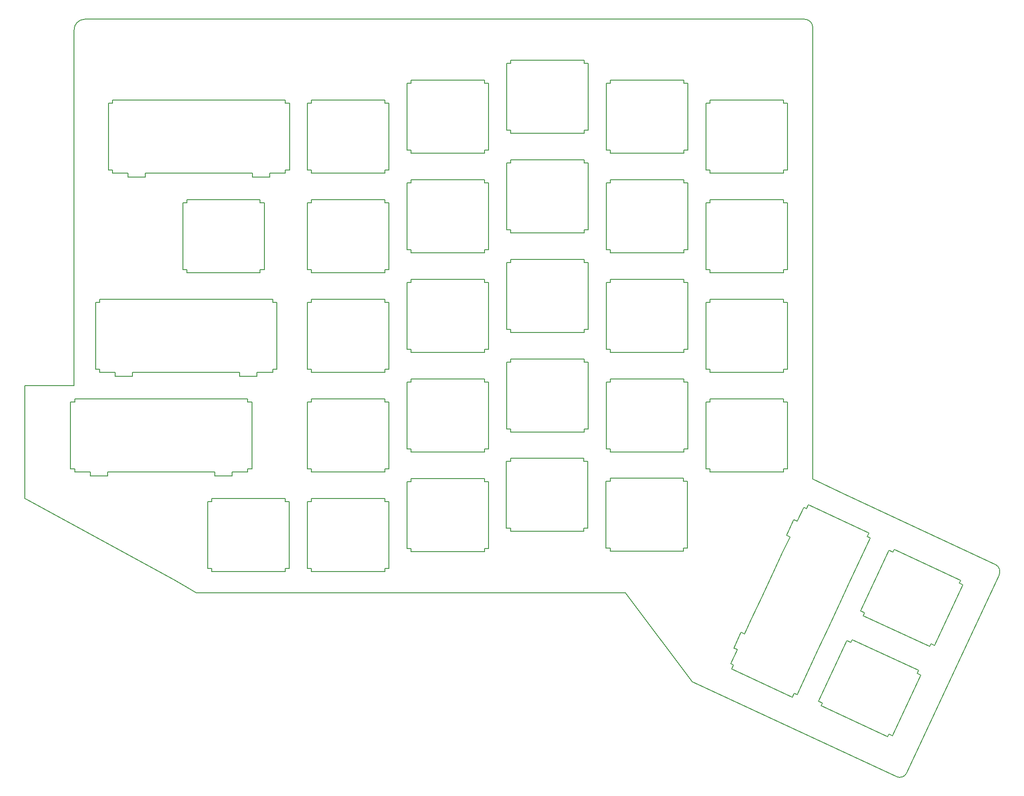
<source format=gbr>
G04 #@! TF.GenerationSoftware,KiCad,Pcbnew,(5.1.5)-3*
G04 #@! TF.CreationDate,2020-03-17T18:41:25+05:30*
G04 #@! TF.ProjectId,ergocape,6572676f-6361-4706-952e-6b696361645f,rev?*
G04 #@! TF.SameCoordinates,Original*
G04 #@! TF.FileFunction,Profile,NP*
%FSLAX46Y46*%
G04 Gerber Fmt 4.6, Leading zero omitted, Abs format (unit mm)*
G04 Created by KiCad (PCBNEW (5.1.5)-3) date 2020-03-17 18:41:25*
%MOMM*%
%LPD*%
G04 APERTURE LIST*
%ADD10C,0.150000*%
%ADD11C,0.200000*%
G04 APERTURE END LIST*
D10*
X149966590Y-143948457D02*
X137150000Y-127000000D01*
X178795667Y-107992564D02*
X172948600Y-105181400D01*
X172951400Y-103212900D02*
X172948600Y-105181400D01*
X207860777Y-121545847D02*
X178795667Y-107992564D01*
X207860777Y-121545847D02*
G75*
G02X208585634Y-123537376I-633336J-1358193D01*
G01*
X188939819Y-162121972D02*
X149966590Y-143948457D01*
X190931348Y-161397115D02*
G75*
G02X188939819Y-162121972I-1358193J633336D01*
G01*
X208585634Y-123537376D02*
X190931348Y-161397115D01*
X172951400Y-18821400D02*
X172951400Y-103212900D01*
X171402000Y-17272000D02*
G75*
G02X172951400Y-18821400I0J-1549400D01*
G01*
X31750461Y-19354160D02*
G75*
G02X33756601Y-17272001I2031539J50160D01*
G01*
X33756601Y-17272001D02*
X39370000Y-17272000D01*
D11*
X31750461Y-19354160D02*
X31750000Y-87376000D01*
X22352000Y-87376000D02*
X31750000Y-87376000D01*
X22352000Y-87503000D02*
X22352000Y-87376000D01*
X22352000Y-98044000D02*
X22352000Y-87503000D01*
D10*
X157988000Y-17272000D02*
X171402000Y-17272000D01*
X147574000Y-17272000D02*
X157988000Y-17272000D01*
X136906000Y-17272000D02*
X147574000Y-17272000D01*
X127000000Y-17272000D02*
X136906000Y-17272000D01*
X127000000Y-17272000D02*
X39370000Y-17272000D01*
X22352000Y-108966000D02*
X22860000Y-109220000D01*
X22352000Y-106426000D02*
X22352000Y-108966000D01*
X22352000Y-98044000D02*
X22352000Y-106426000D01*
X55118000Y-127000000D02*
X55880000Y-127000000D01*
X53848000Y-126238000D02*
X55118000Y-127000000D01*
X50800000Y-124460000D02*
X53848000Y-126238000D01*
X55880000Y-127000000D02*
X137150000Y-127000000D01*
X22860000Y-109220000D02*
X50800000Y-124460000D01*
D11*
X77137500Y-32687500D02*
X77137500Y-33287500D01*
X77137500Y-33287500D02*
X76337500Y-33287500D01*
X77137500Y-46087500D02*
X77137500Y-46687500D01*
X77137500Y-46687500D02*
X91137500Y-46687500D01*
X91937500Y-46087500D02*
X91937500Y-33287500D01*
X91937500Y-33287500D02*
X91137500Y-33287500D01*
X76337500Y-46087500D02*
X77137500Y-46087500D01*
X76337500Y-33287500D02*
X76337500Y-46087500D01*
X91137500Y-46087500D02*
X91937500Y-46087500D01*
X91137500Y-33287500D02*
X91137500Y-32687500D01*
X91137500Y-32687500D02*
X77137500Y-32687500D01*
X91137500Y-46687500D02*
X91137500Y-46087500D01*
X110188000Y-42877500D02*
X110188000Y-42277500D01*
X110188000Y-28877500D02*
X96188000Y-28877500D01*
X110188000Y-29477500D02*
X110188000Y-28877500D01*
X110188000Y-42277500D02*
X110988000Y-42277500D01*
X95388000Y-29477500D02*
X95388000Y-42277500D01*
X95388000Y-42277500D02*
X96188000Y-42277500D01*
X110988000Y-29477500D02*
X110188000Y-29477500D01*
X110988000Y-42277500D02*
X110988000Y-29477500D01*
X96188000Y-42877500D02*
X110188000Y-42877500D01*
X96188000Y-42277500D02*
X96188000Y-42877500D01*
X96188000Y-29477500D02*
X95388000Y-29477500D01*
X96188000Y-28877500D02*
X96188000Y-29477500D01*
X115238000Y-25067500D02*
X115238000Y-25667500D01*
X115238000Y-25667500D02*
X114438000Y-25667500D01*
X115238000Y-38467500D02*
X115238000Y-39067500D01*
X115238000Y-39067500D02*
X129238000Y-39067500D01*
X130038000Y-38467500D02*
X130038000Y-25667500D01*
X130038000Y-25667500D02*
X129238000Y-25667500D01*
X114438000Y-38467500D02*
X115238000Y-38467500D01*
X114438000Y-25667500D02*
X114438000Y-38467500D01*
X129238000Y-38467500D02*
X130038000Y-38467500D01*
X129238000Y-25667500D02*
X129238000Y-25067500D01*
X129238000Y-25067500D02*
X115238000Y-25067500D01*
X129238000Y-39067500D02*
X129238000Y-38467500D01*
X148288000Y-42877500D02*
X148288000Y-42277500D01*
X148288000Y-28877500D02*
X134288000Y-28877500D01*
X148288000Y-29477500D02*
X148288000Y-28877500D01*
X148288000Y-42277500D02*
X149088000Y-42277500D01*
X133488000Y-29477500D02*
X133488000Y-42277500D01*
X133488000Y-42277500D02*
X134288000Y-42277500D01*
X149088000Y-29477500D02*
X148288000Y-29477500D01*
X149088000Y-42277500D02*
X149088000Y-29477500D01*
X134288000Y-42877500D02*
X148288000Y-42877500D01*
X134288000Y-42277500D02*
X134288000Y-42877500D01*
X134288000Y-29477500D02*
X133488000Y-29477500D01*
X134288000Y-28877500D02*
X134288000Y-29477500D01*
X153338000Y-32687500D02*
X153338000Y-33287500D01*
X153338000Y-33287500D02*
X152538000Y-33287500D01*
X153338000Y-46087500D02*
X153338000Y-46687500D01*
X153338000Y-46687500D02*
X167338000Y-46687500D01*
X168138000Y-46087500D02*
X168138000Y-33287500D01*
X168138000Y-33287500D02*
X167338000Y-33287500D01*
X152538000Y-46087500D02*
X153338000Y-46087500D01*
X152538000Y-33287500D02*
X152538000Y-46087500D01*
X167338000Y-46087500D02*
X168138000Y-46087500D01*
X167338000Y-33287500D02*
X167338000Y-32687500D01*
X167338000Y-32687500D02*
X153338000Y-32687500D01*
X167338000Y-46687500D02*
X167338000Y-46087500D01*
X91137500Y-84787500D02*
X91137500Y-84187500D01*
X91137500Y-70787500D02*
X77137500Y-70787500D01*
X91137500Y-71387500D02*
X91137500Y-70787500D01*
X91137500Y-84187500D02*
X91937500Y-84187500D01*
X76337500Y-71387500D02*
X76337500Y-84187500D01*
X76337500Y-84187500D02*
X77137500Y-84187500D01*
X91937500Y-71387500D02*
X91137500Y-71387500D01*
X91937500Y-84187500D02*
X91937500Y-71387500D01*
X77137500Y-84787500D02*
X91137500Y-84787500D01*
X77137500Y-84187500D02*
X77137500Y-84787500D01*
X77137500Y-71387500D02*
X76337500Y-71387500D01*
X77137500Y-70787500D02*
X77137500Y-71387500D01*
X91137500Y-122888000D02*
X91137500Y-122288000D01*
X91137500Y-108888000D02*
X77137500Y-108888000D01*
X91137500Y-109488000D02*
X91137500Y-108888000D01*
X91137500Y-122288000D02*
X91937500Y-122288000D01*
X76337500Y-109488000D02*
X76337500Y-122288000D01*
X76337500Y-122288000D02*
X77137500Y-122288000D01*
X91937500Y-109488000D02*
X91137500Y-109488000D01*
X91937500Y-122288000D02*
X91937500Y-109488000D01*
X77137500Y-122888000D02*
X91137500Y-122888000D01*
X77137500Y-122288000D02*
X77137500Y-122888000D01*
X77137500Y-109488000D02*
X76337500Y-109488000D01*
X77137500Y-108888000D02*
X77137500Y-109488000D01*
X153338000Y-89837500D02*
X153338000Y-90437500D01*
X153338000Y-90437500D02*
X152538000Y-90437500D01*
X153338000Y-103237500D02*
X153338000Y-103837500D01*
X153338000Y-103837500D02*
X167338000Y-103837500D01*
X168138000Y-103237500D02*
X168138000Y-90437500D01*
X168138000Y-90437500D02*
X167338000Y-90437500D01*
X152538000Y-103237500D02*
X153338000Y-103237500D01*
X152538000Y-90437500D02*
X152538000Y-103237500D01*
X167338000Y-103237500D02*
X168138000Y-103237500D01*
X167338000Y-90437500D02*
X167338000Y-89837500D01*
X167338000Y-89837500D02*
X153338000Y-89837500D01*
X167338000Y-103837500D02*
X167338000Y-103237500D01*
X39101575Y-46687254D02*
X39101575Y-46086771D01*
X48626575Y-46687254D02*
X45376642Y-46687254D01*
X72151753Y-32687073D02*
X72151753Y-33287037D01*
X39101575Y-32687073D02*
X48626575Y-32687073D01*
X65876683Y-47437078D02*
X65876683Y-46687254D01*
X72151753Y-46687254D02*
X69176741Y-46687254D01*
X58151575Y-46687254D02*
X53101753Y-46687254D01*
X53101753Y-46687254D02*
X48626575Y-46687254D01*
X69176741Y-46687254D02*
X69176741Y-47437078D01*
X42076587Y-46687254D02*
X39101575Y-46687254D01*
X69176741Y-47437078D02*
X65876683Y-47437078D01*
X53101753Y-32687073D02*
X58151575Y-32687073D01*
X38301623Y-33287037D02*
X39101575Y-33287037D01*
X42076587Y-47437078D02*
X42076587Y-46687254D01*
X39101575Y-33287037D02*
X39101575Y-32687073D01*
X48626575Y-32687073D02*
X53101753Y-32687073D01*
X62626753Y-32687073D02*
X72151753Y-32687073D01*
X39101575Y-46086771D02*
X38301623Y-46086771D01*
X65876683Y-46687254D02*
X62626753Y-46687254D01*
X72151753Y-33287037D02*
X72951705Y-33287037D01*
X72951705Y-33287037D02*
X72951705Y-46086771D01*
X72951705Y-46086771D02*
X72151753Y-46086771D01*
X62626753Y-46687254D02*
X58151575Y-46687254D01*
X38301623Y-46086771D02*
X38301623Y-33287037D01*
X72151753Y-46086771D02*
X72151753Y-46687254D01*
X45376642Y-46687254D02*
X45376642Y-47437078D01*
X45376642Y-47437078D02*
X42076587Y-47437078D01*
X58151575Y-32687073D02*
X62626753Y-32687073D01*
X129174000Y-115204000D02*
X129174000Y-114604000D01*
X129174000Y-101204000D02*
X115174000Y-101204000D01*
X129174000Y-101804000D02*
X129174000Y-101204000D01*
X129174000Y-114604000D02*
X129974000Y-114604000D01*
X114374000Y-101804000D02*
X114374000Y-114604000D01*
X114374000Y-114604000D02*
X115174000Y-114604000D01*
X129974000Y-101804000D02*
X129174000Y-101804000D01*
X129974000Y-114604000D02*
X129974000Y-101804000D01*
X115174000Y-115204000D02*
X129174000Y-115204000D01*
X115174000Y-114604000D02*
X115174000Y-115204000D01*
X115174000Y-101804000D02*
X114374000Y-101804000D01*
X115174000Y-101204000D02*
X115174000Y-101804000D01*
X134224000Y-105014000D02*
X134224000Y-105614000D01*
X134224000Y-105614000D02*
X133424000Y-105614000D01*
X134224000Y-118414000D02*
X134224000Y-119014000D01*
X134224000Y-119014000D02*
X148224000Y-119014000D01*
X149024000Y-118414000D02*
X149024000Y-105614000D01*
X149024000Y-105614000D02*
X148224000Y-105614000D01*
X133424000Y-118414000D02*
X134224000Y-118414000D01*
X133424000Y-105614000D02*
X133424000Y-118414000D01*
X148224000Y-118414000D02*
X149024000Y-118414000D01*
X148224000Y-105614000D02*
X148224000Y-105014000D01*
X148224000Y-105014000D02*
X134224000Y-105014000D01*
X148224000Y-119014000D02*
X148224000Y-118414000D01*
X115238000Y-82217500D02*
X115238000Y-82817500D01*
X115238000Y-82817500D02*
X114438000Y-82817500D01*
X115238000Y-95617500D02*
X115238000Y-96217500D01*
X115238000Y-96217500D02*
X129238000Y-96217500D01*
X130038000Y-95617500D02*
X130038000Y-82817500D01*
X130038000Y-82817500D02*
X129238000Y-82817500D01*
X114438000Y-95617500D02*
X115238000Y-95617500D01*
X114438000Y-82817500D02*
X114438000Y-95617500D01*
X129238000Y-95617500D02*
X130038000Y-95617500D01*
X129238000Y-82817500D02*
X129238000Y-82217500D01*
X129238000Y-82217500D02*
X115238000Y-82217500D01*
X129238000Y-96217500D02*
X129238000Y-95617500D01*
X72087500Y-122888000D02*
X72087500Y-122288000D01*
X72087500Y-108888000D02*
X58087500Y-108888000D01*
X72087500Y-109488000D02*
X72087500Y-108888000D01*
X72087500Y-122288000D02*
X72887500Y-122288000D01*
X57287500Y-109488000D02*
X57287500Y-122288000D01*
X57287500Y-122288000D02*
X58087500Y-122288000D01*
X72887500Y-109488000D02*
X72087500Y-109488000D01*
X72887500Y-122288000D02*
X72887500Y-109488000D01*
X58087500Y-122888000D02*
X72087500Y-122888000D01*
X58087500Y-122288000D02*
X58087500Y-122888000D01*
X58087500Y-109488000D02*
X57287500Y-109488000D01*
X58087500Y-108888000D02*
X58087500Y-109488000D01*
X129238000Y-77167500D02*
X129238000Y-76567500D01*
X129238000Y-63167500D02*
X115238000Y-63167500D01*
X129238000Y-63767500D02*
X129238000Y-63167500D01*
X129238000Y-76567500D02*
X130038000Y-76567500D01*
X114438000Y-63767500D02*
X114438000Y-76567500D01*
X114438000Y-76567500D02*
X115238000Y-76567500D01*
X130038000Y-63767500D02*
X129238000Y-63767500D01*
X130038000Y-76567500D02*
X130038000Y-63767500D01*
X115238000Y-77167500D02*
X129238000Y-77167500D01*
X115238000Y-76567500D02*
X115238000Y-77167500D01*
X115238000Y-63767500D02*
X114438000Y-63767500D01*
X115238000Y-63167500D02*
X115238000Y-63767500D01*
X129238000Y-58117500D02*
X129238000Y-57517500D01*
X129238000Y-44117500D02*
X115238000Y-44117500D01*
X129238000Y-44717500D02*
X129238000Y-44117500D01*
X129238000Y-57517500D02*
X130038000Y-57517500D01*
X114438000Y-44717500D02*
X114438000Y-57517500D01*
X114438000Y-57517500D02*
X115238000Y-57517500D01*
X130038000Y-44717500D02*
X129238000Y-44717500D01*
X130038000Y-57517500D02*
X130038000Y-44717500D01*
X115238000Y-58117500D02*
X129238000Y-58117500D01*
X115238000Y-57517500D02*
X115238000Y-58117500D01*
X115238000Y-44717500D02*
X114438000Y-44717500D01*
X115238000Y-44117500D02*
X115238000Y-44717500D01*
X36656775Y-84787254D02*
X36656775Y-84186771D01*
X46181775Y-84787254D02*
X42931842Y-84787254D01*
X69706953Y-70787073D02*
X69706953Y-71387037D01*
X36656775Y-70787073D02*
X46181775Y-70787073D01*
X63431883Y-85537078D02*
X63431883Y-84787254D01*
X69706953Y-84787254D02*
X66731941Y-84787254D01*
X55706775Y-84787254D02*
X50656953Y-84787254D01*
X50656953Y-84787254D02*
X46181775Y-84787254D01*
X66731941Y-84787254D02*
X66731941Y-85537078D01*
X39631787Y-84787254D02*
X36656775Y-84787254D01*
X66731941Y-85537078D02*
X63431883Y-85537078D01*
X50656953Y-70787073D02*
X55706775Y-70787073D01*
X35856823Y-71387037D02*
X36656775Y-71387037D01*
X39631787Y-85537078D02*
X39631787Y-84787254D01*
X36656775Y-71387037D02*
X36656775Y-70787073D01*
X46181775Y-70787073D02*
X50656953Y-70787073D01*
X60181953Y-70787073D02*
X69706953Y-70787073D01*
X36656775Y-84186771D02*
X35856823Y-84186771D01*
X63431883Y-84787254D02*
X60181953Y-84787254D01*
X69706953Y-71387037D02*
X70506905Y-71387037D01*
X70506905Y-71387037D02*
X70506905Y-84186771D01*
X70506905Y-84186771D02*
X69706953Y-84186771D01*
X60181953Y-84787254D02*
X55706775Y-84787254D01*
X35856823Y-84186771D02*
X35856823Y-71387037D01*
X69706953Y-84186771D02*
X69706953Y-84787254D01*
X42931842Y-84787254D02*
X42931842Y-85537078D01*
X42931842Y-85537078D02*
X39631787Y-85537078D01*
X55706775Y-70787073D02*
X60181953Y-70787073D01*
X134288000Y-66977500D02*
X134288000Y-67577500D01*
X134288000Y-67577500D02*
X133488000Y-67577500D01*
X134288000Y-80377500D02*
X134288000Y-80977500D01*
X134288000Y-80977500D02*
X148288000Y-80977500D01*
X149088000Y-80377500D02*
X149088000Y-67577500D01*
X149088000Y-67577500D02*
X148288000Y-67577500D01*
X133488000Y-80377500D02*
X134288000Y-80377500D01*
X133488000Y-67577500D02*
X133488000Y-80377500D01*
X148288000Y-80377500D02*
X149088000Y-80377500D01*
X148288000Y-67577500D02*
X148288000Y-66977500D01*
X148288000Y-66977500D02*
X134288000Y-66977500D01*
X148288000Y-80977500D02*
X148288000Y-80377500D01*
X167338000Y-84787500D02*
X167338000Y-84187500D01*
X167338000Y-70787500D02*
X153338000Y-70787500D01*
X167338000Y-71387500D02*
X167338000Y-70787500D01*
X167338000Y-84187500D02*
X168138000Y-84187500D01*
X152538000Y-71387500D02*
X152538000Y-84187500D01*
X152538000Y-84187500D02*
X153338000Y-84187500D01*
X168138000Y-71387500D02*
X167338000Y-71387500D01*
X168138000Y-84187500D02*
X168138000Y-71387500D01*
X153338000Y-84787500D02*
X167338000Y-84787500D01*
X153338000Y-84187500D02*
X153338000Y-84787500D01*
X153338000Y-71387500D02*
X152538000Y-71387500D01*
X153338000Y-70787500D02*
X153338000Y-71387500D01*
X91137500Y-65737500D02*
X91137500Y-65137500D01*
X91137500Y-51737500D02*
X77137500Y-51737500D01*
X91137500Y-52337500D02*
X91137500Y-51737500D01*
X91137500Y-65137500D02*
X91937500Y-65137500D01*
X76337500Y-52337500D02*
X76337500Y-65137500D01*
X76337500Y-65137500D02*
X77137500Y-65137500D01*
X91937500Y-52337500D02*
X91137500Y-52337500D01*
X91937500Y-65137500D02*
X91937500Y-52337500D01*
X77137500Y-65737500D02*
X91137500Y-65737500D01*
X77137500Y-65137500D02*
X77137500Y-65737500D01*
X77137500Y-52337500D02*
X76337500Y-52337500D01*
X77137500Y-51737500D02*
X77137500Y-52337500D01*
X134288000Y-47927500D02*
X134288000Y-48527500D01*
X134288000Y-48527500D02*
X133488000Y-48527500D01*
X134288000Y-61327500D02*
X134288000Y-61927500D01*
X134288000Y-61927500D02*
X148288000Y-61927500D01*
X149088000Y-61327500D02*
X149088000Y-48527500D01*
X149088000Y-48527500D02*
X148288000Y-48527500D01*
X133488000Y-61327500D02*
X134288000Y-61327500D01*
X133488000Y-48527500D02*
X133488000Y-61327500D01*
X148288000Y-61327500D02*
X149088000Y-61327500D01*
X148288000Y-48527500D02*
X148288000Y-47927500D01*
X148288000Y-47927500D02*
X134288000Y-47927500D01*
X148288000Y-61927500D02*
X148288000Y-61327500D01*
X96188000Y-66977500D02*
X96188000Y-67577500D01*
X96188000Y-67577500D02*
X95388000Y-67577500D01*
X96188000Y-80377500D02*
X96188000Y-80977500D01*
X96188000Y-80977500D02*
X110188000Y-80977500D01*
X110988000Y-80377500D02*
X110988000Y-67577500D01*
X110988000Y-67577500D02*
X110188000Y-67577500D01*
X95388000Y-80377500D02*
X96188000Y-80377500D01*
X95388000Y-67577500D02*
X95388000Y-80377500D01*
X110188000Y-80377500D02*
X110988000Y-80377500D01*
X110188000Y-67577500D02*
X110188000Y-66977500D01*
X110188000Y-66977500D02*
X96188000Y-66977500D01*
X110188000Y-80977500D02*
X110188000Y-80377500D01*
X50944375Y-89837073D02*
X55419553Y-89837073D01*
X38169442Y-104587078D02*
X34869387Y-104587078D01*
X38169442Y-103837254D02*
X38169442Y-104587078D01*
X64944553Y-103236771D02*
X64944553Y-103837254D01*
X31094423Y-103236771D02*
X31094423Y-90437037D01*
X55419553Y-103837254D02*
X50944375Y-103837254D01*
X65744505Y-103236771D02*
X64944553Y-103236771D01*
X65744505Y-90437037D02*
X65744505Y-103236771D01*
X64944553Y-90437037D02*
X65744505Y-90437037D01*
X58669483Y-103837254D02*
X55419553Y-103837254D01*
X31894375Y-103236771D02*
X31094423Y-103236771D01*
X55419553Y-89837073D02*
X64944553Y-89837073D01*
X41419375Y-89837073D02*
X45894553Y-89837073D01*
X31894375Y-90437037D02*
X31894375Y-89837073D01*
X34869387Y-104587078D02*
X34869387Y-103837254D01*
X31094423Y-90437037D02*
X31894375Y-90437037D01*
X45894553Y-89837073D02*
X50944375Y-89837073D01*
X61969541Y-104587078D02*
X58669483Y-104587078D01*
X34869387Y-103837254D02*
X31894375Y-103837254D01*
X61969541Y-103837254D02*
X61969541Y-104587078D01*
X45894553Y-103837254D02*
X41419375Y-103837254D01*
X50944375Y-103837254D02*
X45894553Y-103837254D01*
X64944553Y-103837254D02*
X61969541Y-103837254D01*
X58669483Y-104587078D02*
X58669483Y-103837254D01*
X31894375Y-89837073D02*
X41419375Y-89837073D01*
X64944553Y-89837073D02*
X64944553Y-90437037D01*
X41419375Y-103837254D02*
X38169442Y-103837254D01*
X31894375Y-103837254D02*
X31894375Y-103236771D01*
X153338000Y-51737500D02*
X153338000Y-52337500D01*
X153338000Y-52337500D02*
X152538000Y-52337500D01*
X153338000Y-65137500D02*
X153338000Y-65737500D01*
X153338000Y-65737500D02*
X167338000Y-65737500D01*
X168138000Y-65137500D02*
X168138000Y-52337500D01*
X168138000Y-52337500D02*
X167338000Y-52337500D01*
X152538000Y-65137500D02*
X153338000Y-65137500D01*
X152538000Y-52337500D02*
X152538000Y-65137500D01*
X167338000Y-65137500D02*
X168138000Y-65137500D01*
X167338000Y-52337500D02*
X167338000Y-51737500D01*
X167338000Y-51737500D02*
X153338000Y-51737500D01*
X167338000Y-65737500D02*
X167338000Y-65137500D01*
X67325000Y-51737500D02*
X67325000Y-52337500D01*
X67325000Y-52337500D02*
X68125000Y-52337500D01*
X67325000Y-65137500D02*
X67325000Y-65737500D01*
X67325000Y-65737500D02*
X53325000Y-65737500D01*
X52525000Y-65137500D02*
X52525000Y-52337500D01*
X52525000Y-52337500D02*
X53325000Y-52337500D01*
X68125000Y-65137500D02*
X67325000Y-65137500D01*
X68125000Y-52337500D02*
X68125000Y-65137500D01*
X53325000Y-65137500D02*
X52525000Y-65137500D01*
X53325000Y-52337500D02*
X53325000Y-51737500D01*
X53325000Y-51737500D02*
X67325000Y-51737500D01*
X53325000Y-65737500D02*
X53325000Y-65137500D01*
X195287735Y-137237694D02*
X195541306Y-136693910D01*
X201204390Y-124549385D02*
X188516081Y-118632730D01*
X200950819Y-125093170D02*
X201204390Y-124549385D01*
X195541306Y-136693910D02*
X196266352Y-137032004D01*
X187537464Y-118838420D02*
X182127950Y-130439159D01*
X182127950Y-130439159D02*
X182852997Y-130777254D01*
X201675866Y-125431265D02*
X200950819Y-125093170D01*
X196266352Y-137032004D02*
X201675866Y-125431265D01*
X182599426Y-131321039D02*
X195287735Y-137237694D01*
X182852997Y-130777254D02*
X182599426Y-131321039D01*
X188262510Y-119176514D02*
X187537464Y-118838420D01*
X188516081Y-118632730D02*
X188262510Y-119176514D01*
X180466081Y-135897730D02*
X180212510Y-136441514D01*
X180212510Y-136441514D02*
X179487464Y-136103420D01*
X174802997Y-148042254D02*
X174549426Y-148586039D01*
X174549426Y-148586039D02*
X187237735Y-154502694D01*
X188216352Y-154297004D02*
X193625866Y-142696265D01*
X193625866Y-142696265D02*
X192900819Y-142358170D01*
X174077950Y-147704159D02*
X174802997Y-148042254D01*
X179487464Y-136103420D02*
X174077950Y-147704159D01*
X187491306Y-153958910D02*
X188216352Y-154297004D01*
X192900819Y-142358170D02*
X193154390Y-141814385D01*
X193154390Y-141814385D02*
X180466081Y-135897730D01*
X187237735Y-154502694D02*
X187491306Y-153958910D01*
X178023804Y-129185772D02*
X179915096Y-125129883D01*
X159256839Y-134530172D02*
X157862176Y-137521037D01*
X159936411Y-134847061D02*
X159256839Y-134530172D01*
X171796284Y-110834345D02*
X171252061Y-110580570D01*
X157490601Y-141512981D02*
X169091099Y-146922382D01*
X167226623Y-119213151D02*
X165335331Y-123269040D01*
X172134358Y-110109342D02*
X171796284Y-110834345D01*
X183734857Y-115518743D02*
X172134358Y-110109342D01*
X183396782Y-116243746D02*
X183734857Y-115518743D01*
X168600102Y-116267714D02*
X167226623Y-119213151D01*
X157828675Y-140787978D02*
X157490601Y-141512981D01*
X179915096Y-125129883D02*
X183940535Y-116497302D01*
X173998365Y-137818354D02*
X175889657Y-133762465D01*
X169429174Y-146197380D02*
X169972926Y-146450935D01*
X157862176Y-137521037D02*
X158541747Y-137837927D01*
X169091099Y-146922382D02*
X169429174Y-146197380D01*
X175889657Y-133762465D02*
X178023804Y-129185772D01*
X169315196Y-112959957D02*
X167920531Y-115950825D01*
X158541747Y-137837927D02*
X157284453Y-140534203D01*
X169994767Y-113276846D02*
X169315196Y-112959957D01*
X163201184Y-127845733D02*
X161309892Y-131901622D01*
X165335331Y-123269040D02*
X163201184Y-127845733D01*
X171252061Y-110580570D02*
X169994767Y-113276846D01*
X167920531Y-115950825D02*
X168600102Y-116267714D01*
X169972926Y-146450935D02*
X173998365Y-137818354D01*
X183940535Y-116497302D02*
X183396782Y-116243746D01*
X161309892Y-131901622D02*
X159936411Y-134847061D01*
X157284453Y-140534203D02*
X157828675Y-140787978D01*
X148288000Y-100027500D02*
X148288000Y-99427500D01*
X148288000Y-86027500D02*
X134288000Y-86027500D01*
X148288000Y-86627500D02*
X148288000Y-86027500D01*
X148288000Y-99427500D02*
X149088000Y-99427500D01*
X133488000Y-86627500D02*
X133488000Y-99427500D01*
X133488000Y-99427500D02*
X134288000Y-99427500D01*
X149088000Y-86627500D02*
X148288000Y-86627500D01*
X149088000Y-99427500D02*
X149088000Y-86627500D01*
X134288000Y-100027500D02*
X148288000Y-100027500D01*
X134288000Y-99427500D02*
X134288000Y-100027500D01*
X134288000Y-86627500D02*
X133488000Y-86627500D01*
X134288000Y-86027500D02*
X134288000Y-86627500D01*
X110188000Y-61927500D02*
X110188000Y-61327500D01*
X110188000Y-47927500D02*
X96188000Y-47927500D01*
X110188000Y-48527500D02*
X110188000Y-47927500D01*
X110188000Y-61327500D02*
X110988000Y-61327500D01*
X95388000Y-48527500D02*
X95388000Y-61327500D01*
X95388000Y-61327500D02*
X96188000Y-61327500D01*
X110988000Y-48527500D02*
X110188000Y-48527500D01*
X110988000Y-61327500D02*
X110988000Y-48527500D01*
X96188000Y-61927500D02*
X110188000Y-61927500D01*
X96188000Y-61327500D02*
X96188000Y-61927500D01*
X96188000Y-48527500D02*
X95388000Y-48527500D01*
X96188000Y-47927500D02*
X96188000Y-48527500D01*
X96188000Y-105078000D02*
X96188000Y-105678000D01*
X96188000Y-105678000D02*
X95388000Y-105678000D01*
X96188000Y-118478000D02*
X96188000Y-119078000D01*
X96188000Y-119078000D02*
X110188000Y-119078000D01*
X110988000Y-118478000D02*
X110988000Y-105678000D01*
X110988000Y-105678000D02*
X110188000Y-105678000D01*
X95388000Y-118478000D02*
X96188000Y-118478000D01*
X95388000Y-105678000D02*
X95388000Y-118478000D01*
X110188000Y-118478000D02*
X110988000Y-118478000D01*
X110188000Y-105678000D02*
X110188000Y-105078000D01*
X110188000Y-105078000D02*
X96188000Y-105078000D01*
X110188000Y-119078000D02*
X110188000Y-118478000D01*
X110188000Y-100027500D02*
X110188000Y-99427500D01*
X110188000Y-86027500D02*
X96188000Y-86027500D01*
X110188000Y-86627500D02*
X110188000Y-86027500D01*
X110188000Y-99427500D02*
X110988000Y-99427500D01*
X95388000Y-86627500D02*
X95388000Y-99427500D01*
X95388000Y-99427500D02*
X96188000Y-99427500D01*
X110988000Y-86627500D02*
X110188000Y-86627500D01*
X110988000Y-99427500D02*
X110988000Y-86627500D01*
X96188000Y-100027500D02*
X110188000Y-100027500D01*
X96188000Y-99427500D02*
X96188000Y-100027500D01*
X96188000Y-86627500D02*
X95388000Y-86627500D01*
X96188000Y-86027500D02*
X96188000Y-86627500D01*
X77137500Y-89837500D02*
X77137500Y-90437500D01*
X77137500Y-90437500D02*
X76337500Y-90437500D01*
X77137500Y-103237500D02*
X77137500Y-103837500D01*
X77137500Y-103837500D02*
X91137500Y-103837500D01*
X91937500Y-103237500D02*
X91937500Y-90437500D01*
X91937500Y-90437500D02*
X91137500Y-90437500D01*
X76337500Y-103237500D02*
X77137500Y-103237500D01*
X76337500Y-90437500D02*
X76337500Y-103237500D01*
X91137500Y-103237500D02*
X91937500Y-103237500D01*
X91137500Y-90437500D02*
X91137500Y-89837500D01*
X91137500Y-89837500D02*
X77137500Y-89837500D01*
X91137500Y-103837500D02*
X91137500Y-103237500D01*
M02*

</source>
